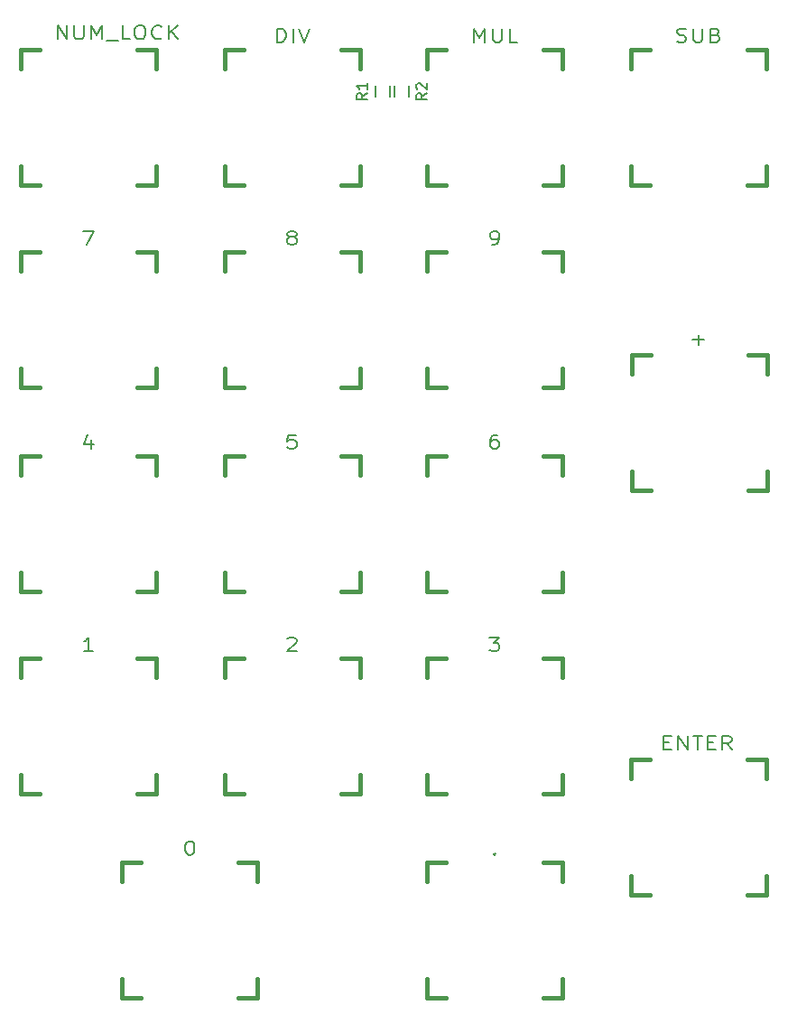
<source format=gto>
G04 #@! TF.FileFunction,Legend,Top*
%FSLAX46Y46*%
G04 Gerber Fmt 4.6, Leading zero omitted, Abs format (unit mm)*
G04 Created by KiCad (PCBNEW 4.0.1-stable) date 8/2/2016 8:04:58 AM*
%MOMM*%
G01*
G04 APERTURE LIST*
%ADD10C,0.100000*%
%ADD11C,0.150000*%
%ADD12C,0.381000*%
%ADD13C,0.203200*%
G04 APERTURE END LIST*
D10*
D11*
X146675000Y-58600000D02*
X146675000Y-59600000D01*
X145325000Y-59600000D02*
X145325000Y-58600000D01*
X148475000Y-58600000D02*
X148475000Y-59600000D01*
X147125000Y-59600000D02*
X147125000Y-58600000D01*
D12*
X112050000Y-55150000D02*
X113828000Y-55150000D01*
X122972000Y-55150000D02*
X124750000Y-55150000D01*
X124750000Y-55150000D02*
X124750000Y-56928000D01*
X124750000Y-66072000D02*
X124750000Y-67850000D01*
X124750000Y-67850000D02*
X122972000Y-67850000D01*
X113828000Y-67850000D02*
X112050000Y-67850000D01*
X112050000Y-67850000D02*
X112050000Y-66072000D01*
X112050000Y-56928000D02*
X112050000Y-55150000D01*
X112050000Y-74150000D02*
X113828000Y-74150000D01*
X122972000Y-74150000D02*
X124750000Y-74150000D01*
X124750000Y-74150000D02*
X124750000Y-75928000D01*
X124750000Y-85072000D02*
X124750000Y-86850000D01*
X124750000Y-86850000D02*
X122972000Y-86850000D01*
X113828000Y-86850000D02*
X112050000Y-86850000D01*
X112050000Y-86850000D02*
X112050000Y-85072000D01*
X112050000Y-75928000D02*
X112050000Y-74150000D01*
X112050000Y-93250000D02*
X113828000Y-93250000D01*
X122972000Y-93250000D02*
X124750000Y-93250000D01*
X124750000Y-93250000D02*
X124750000Y-95028000D01*
X124750000Y-104172000D02*
X124750000Y-105950000D01*
X124750000Y-105950000D02*
X122972000Y-105950000D01*
X113828000Y-105950000D02*
X112050000Y-105950000D01*
X112050000Y-105950000D02*
X112050000Y-104172000D01*
X112050000Y-95028000D02*
X112050000Y-93250000D01*
X112050000Y-112250000D02*
X113828000Y-112250000D01*
X122972000Y-112250000D02*
X124750000Y-112250000D01*
X124750000Y-112250000D02*
X124750000Y-114028000D01*
X124750000Y-123172000D02*
X124750000Y-124950000D01*
X124750000Y-124950000D02*
X122972000Y-124950000D01*
X113828000Y-124950000D02*
X112050000Y-124950000D01*
X112050000Y-124950000D02*
X112050000Y-123172000D01*
X112050000Y-114028000D02*
X112050000Y-112250000D01*
X121550000Y-131350000D02*
X123328000Y-131350000D01*
X132472000Y-131350000D02*
X134250000Y-131350000D01*
X134250000Y-131350000D02*
X134250000Y-133128000D01*
X134250000Y-142272000D02*
X134250000Y-144050000D01*
X134250000Y-144050000D02*
X132472000Y-144050000D01*
X123328000Y-144050000D02*
X121550000Y-144050000D01*
X121550000Y-144050000D02*
X121550000Y-142272000D01*
X121550000Y-133128000D02*
X121550000Y-131350000D01*
X131150000Y-55150000D02*
X132928000Y-55150000D01*
X142072000Y-55150000D02*
X143850000Y-55150000D01*
X143850000Y-55150000D02*
X143850000Y-56928000D01*
X143850000Y-66072000D02*
X143850000Y-67850000D01*
X143850000Y-67850000D02*
X142072000Y-67850000D01*
X132928000Y-67850000D02*
X131150000Y-67850000D01*
X131150000Y-67850000D02*
X131150000Y-66072000D01*
X131150000Y-56928000D02*
X131150000Y-55150000D01*
X131150000Y-74150000D02*
X132928000Y-74150000D01*
X142072000Y-74150000D02*
X143850000Y-74150000D01*
X143850000Y-74150000D02*
X143850000Y-75928000D01*
X143850000Y-85072000D02*
X143850000Y-86850000D01*
X143850000Y-86850000D02*
X142072000Y-86850000D01*
X132928000Y-86850000D02*
X131150000Y-86850000D01*
X131150000Y-86850000D02*
X131150000Y-85072000D01*
X131150000Y-75928000D02*
X131150000Y-74150000D01*
X131150000Y-93250000D02*
X132928000Y-93250000D01*
X142072000Y-93250000D02*
X143850000Y-93250000D01*
X143850000Y-93250000D02*
X143850000Y-95028000D01*
X143850000Y-104172000D02*
X143850000Y-105950000D01*
X143850000Y-105950000D02*
X142072000Y-105950000D01*
X132928000Y-105950000D02*
X131150000Y-105950000D01*
X131150000Y-105950000D02*
X131150000Y-104172000D01*
X131150000Y-95028000D02*
X131150000Y-93250000D01*
X131150000Y-112250000D02*
X132928000Y-112250000D01*
X142072000Y-112250000D02*
X143850000Y-112250000D01*
X143850000Y-112250000D02*
X143850000Y-114028000D01*
X143850000Y-123172000D02*
X143850000Y-124950000D01*
X143850000Y-124950000D02*
X142072000Y-124950000D01*
X132928000Y-124950000D02*
X131150000Y-124950000D01*
X131150000Y-124950000D02*
X131150000Y-123172000D01*
X131150000Y-114028000D02*
X131150000Y-112250000D01*
X150150000Y-55150000D02*
X151928000Y-55150000D01*
X161072000Y-55150000D02*
X162850000Y-55150000D01*
X162850000Y-55150000D02*
X162850000Y-56928000D01*
X162850000Y-66072000D02*
X162850000Y-67850000D01*
X162850000Y-67850000D02*
X161072000Y-67850000D01*
X151928000Y-67850000D02*
X150150000Y-67850000D01*
X150150000Y-67850000D02*
X150150000Y-66072000D01*
X150150000Y-56928000D02*
X150150000Y-55150000D01*
X150150000Y-74150000D02*
X151928000Y-74150000D01*
X161072000Y-74150000D02*
X162850000Y-74150000D01*
X162850000Y-74150000D02*
X162850000Y-75928000D01*
X162850000Y-85072000D02*
X162850000Y-86850000D01*
X162850000Y-86850000D02*
X161072000Y-86850000D01*
X151928000Y-86850000D02*
X150150000Y-86850000D01*
X150150000Y-86850000D02*
X150150000Y-85072000D01*
X150150000Y-75928000D02*
X150150000Y-74150000D01*
X150150000Y-93250000D02*
X151928000Y-93250000D01*
X161072000Y-93250000D02*
X162850000Y-93250000D01*
X162850000Y-93250000D02*
X162850000Y-95028000D01*
X162850000Y-104172000D02*
X162850000Y-105950000D01*
X162850000Y-105950000D02*
X161072000Y-105950000D01*
X151928000Y-105950000D02*
X150150000Y-105950000D01*
X150150000Y-105950000D02*
X150150000Y-104172000D01*
X150150000Y-95028000D02*
X150150000Y-93250000D01*
X150150000Y-112250000D02*
X151928000Y-112250000D01*
X161072000Y-112250000D02*
X162850000Y-112250000D01*
X162850000Y-112250000D02*
X162850000Y-114028000D01*
X162850000Y-123172000D02*
X162850000Y-124950000D01*
X162850000Y-124950000D02*
X161072000Y-124950000D01*
X151928000Y-124950000D02*
X150150000Y-124950000D01*
X150150000Y-124950000D02*
X150150000Y-123172000D01*
X150150000Y-114028000D02*
X150150000Y-112250000D01*
X150150000Y-131350000D02*
X151928000Y-131350000D01*
X161072000Y-131350000D02*
X162850000Y-131350000D01*
X162850000Y-131350000D02*
X162850000Y-133128000D01*
X162850000Y-142272000D02*
X162850000Y-144050000D01*
X162850000Y-144050000D02*
X161072000Y-144050000D01*
X151928000Y-144050000D02*
X150150000Y-144050000D01*
X150150000Y-144050000D02*
X150150000Y-142272000D01*
X150150000Y-133128000D02*
X150150000Y-131350000D01*
X169250000Y-55150000D02*
X171028000Y-55150000D01*
X180172000Y-55150000D02*
X181950000Y-55150000D01*
X181950000Y-55150000D02*
X181950000Y-56928000D01*
X181950000Y-66072000D02*
X181950000Y-67850000D01*
X181950000Y-67850000D02*
X180172000Y-67850000D01*
X171028000Y-67850000D02*
X169250000Y-67850000D01*
X169250000Y-67850000D02*
X169250000Y-66072000D01*
X169250000Y-56928000D02*
X169250000Y-55150000D01*
X182050000Y-83750000D02*
X182050000Y-85528000D01*
X182050000Y-94672000D02*
X182050000Y-96450000D01*
X182050000Y-96450000D02*
X180272000Y-96450000D01*
X171128000Y-96450000D02*
X169350000Y-96450000D01*
X169350000Y-96450000D02*
X169350000Y-94672000D01*
X169350000Y-85528000D02*
X169350000Y-83750000D01*
X169350000Y-83750000D02*
X171128000Y-83750000D01*
X180272000Y-83750000D02*
X182050000Y-83750000D01*
X181950000Y-121750000D02*
X181950000Y-123528000D01*
X181950000Y-132672000D02*
X181950000Y-134450000D01*
X181950000Y-134450000D02*
X180172000Y-134450000D01*
X171028000Y-134450000D02*
X169250000Y-134450000D01*
X169250000Y-134450000D02*
X169250000Y-132672000D01*
X169250000Y-123528000D02*
X169250000Y-121750000D01*
X169250000Y-121750000D02*
X171028000Y-121750000D01*
X180172000Y-121750000D02*
X181950000Y-121750000D01*
D11*
X144552381Y-59266666D02*
X144076190Y-59600000D01*
X144552381Y-59838095D02*
X143552381Y-59838095D01*
X143552381Y-59457142D01*
X143600000Y-59361904D01*
X143647619Y-59314285D01*
X143742857Y-59266666D01*
X143885714Y-59266666D01*
X143980952Y-59314285D01*
X144028571Y-59361904D01*
X144076190Y-59457142D01*
X144076190Y-59838095D01*
X144552381Y-58314285D02*
X144552381Y-58885714D01*
X144552381Y-58600000D02*
X143552381Y-58600000D01*
X143695238Y-58695238D01*
X143790476Y-58790476D01*
X143838095Y-58885714D01*
X150152381Y-59266666D02*
X149676190Y-59600000D01*
X150152381Y-59838095D02*
X149152381Y-59838095D01*
X149152381Y-59457142D01*
X149200000Y-59361904D01*
X149247619Y-59314285D01*
X149342857Y-59266666D01*
X149485714Y-59266666D01*
X149580952Y-59314285D01*
X149628571Y-59361904D01*
X149676190Y-59457142D01*
X149676190Y-59838095D01*
X149247619Y-58885714D02*
X149200000Y-58838095D01*
X149152381Y-58742857D01*
X149152381Y-58504761D01*
X149200000Y-58409523D01*
X149247619Y-58361904D01*
X149342857Y-58314285D01*
X149438095Y-58314285D01*
X149580952Y-58361904D01*
X150152381Y-58933333D01*
X150152381Y-58314285D01*
D13*
X115475715Y-54174524D02*
X115475715Y-52904524D01*
X116346572Y-54174524D01*
X116346572Y-52904524D01*
X117072286Y-52904524D02*
X117072286Y-53932619D01*
X117144858Y-54053571D01*
X117217429Y-54114048D01*
X117362572Y-54174524D01*
X117652858Y-54174524D01*
X117798000Y-54114048D01*
X117870572Y-54053571D01*
X117943143Y-53932619D01*
X117943143Y-52904524D01*
X118668857Y-54174524D02*
X118668857Y-52904524D01*
X119176857Y-53811667D01*
X119684857Y-52904524D01*
X119684857Y-54174524D01*
X120047714Y-54295476D02*
X121208857Y-54295476D01*
X122297428Y-54174524D02*
X121571714Y-54174524D01*
X121571714Y-52904524D01*
X123095714Y-52904524D02*
X123386000Y-52904524D01*
X123531142Y-52965000D01*
X123676285Y-53085952D01*
X123748857Y-53327857D01*
X123748857Y-53751190D01*
X123676285Y-53993095D01*
X123531142Y-54114048D01*
X123386000Y-54174524D01*
X123095714Y-54174524D01*
X122950571Y-54114048D01*
X122805428Y-53993095D01*
X122732857Y-53751190D01*
X122732857Y-53327857D01*
X122805428Y-53085952D01*
X122950571Y-52965000D01*
X123095714Y-52904524D01*
X125272856Y-54053571D02*
X125200285Y-54114048D01*
X124982571Y-54174524D01*
X124837428Y-54174524D01*
X124619713Y-54114048D01*
X124474571Y-53993095D01*
X124401999Y-53872143D01*
X124329428Y-53630238D01*
X124329428Y-53448810D01*
X124401999Y-53206905D01*
X124474571Y-53085952D01*
X124619713Y-52965000D01*
X124837428Y-52904524D01*
X124982571Y-52904524D01*
X125200285Y-52965000D01*
X125272856Y-53025476D01*
X125925999Y-54174524D02*
X125925999Y-52904524D01*
X126796856Y-54174524D02*
X126143713Y-53448810D01*
X126796856Y-52904524D02*
X125925999Y-53630238D01*
X117892000Y-72184524D02*
X118908000Y-72184524D01*
X118254857Y-73454524D01*
X118690286Y-91707857D02*
X118690286Y-92554524D01*
X118327429Y-91224048D02*
X117964572Y-92131190D01*
X118908000Y-92131190D01*
X118835429Y-111554524D02*
X117964572Y-111554524D01*
X118400000Y-111554524D02*
X118400000Y-110284524D01*
X118254857Y-110465952D01*
X118109715Y-110586905D01*
X117964572Y-110647381D01*
X127827429Y-129384524D02*
X127972572Y-129384524D01*
X128117715Y-129445000D01*
X128190286Y-129505476D01*
X128262857Y-129626429D01*
X128335429Y-129868333D01*
X128335429Y-130170714D01*
X128262857Y-130412619D01*
X128190286Y-130533571D01*
X128117715Y-130594048D01*
X127972572Y-130654524D01*
X127827429Y-130654524D01*
X127682286Y-130594048D01*
X127609715Y-130533571D01*
X127537143Y-130412619D01*
X127464572Y-130170714D01*
X127464572Y-129868333D01*
X127537143Y-129626429D01*
X127609715Y-129505476D01*
X127682286Y-129445000D01*
X127827429Y-129384524D01*
X136084857Y-54454524D02*
X136084857Y-53184524D01*
X136447714Y-53184524D01*
X136665429Y-53245000D01*
X136810571Y-53365952D01*
X136883143Y-53486905D01*
X136955714Y-53728810D01*
X136955714Y-53910238D01*
X136883143Y-54152143D01*
X136810571Y-54273095D01*
X136665429Y-54394048D01*
X136447714Y-54454524D01*
X136084857Y-54454524D01*
X137608857Y-54454524D02*
X137608857Y-53184524D01*
X138116857Y-53184524D02*
X138624857Y-54454524D01*
X139132857Y-53184524D01*
X137354857Y-72728810D02*
X137209715Y-72668333D01*
X137137143Y-72607857D01*
X137064572Y-72486905D01*
X137064572Y-72426429D01*
X137137143Y-72305476D01*
X137209715Y-72245000D01*
X137354857Y-72184524D01*
X137645143Y-72184524D01*
X137790286Y-72245000D01*
X137862857Y-72305476D01*
X137935429Y-72426429D01*
X137935429Y-72486905D01*
X137862857Y-72607857D01*
X137790286Y-72668333D01*
X137645143Y-72728810D01*
X137354857Y-72728810D01*
X137209715Y-72789286D01*
X137137143Y-72849762D01*
X137064572Y-72970714D01*
X137064572Y-73212619D01*
X137137143Y-73333571D01*
X137209715Y-73394048D01*
X137354857Y-73454524D01*
X137645143Y-73454524D01*
X137790286Y-73394048D01*
X137862857Y-73333571D01*
X137935429Y-73212619D01*
X137935429Y-72970714D01*
X137862857Y-72849762D01*
X137790286Y-72789286D01*
X137645143Y-72728810D01*
X137862857Y-91284524D02*
X137137143Y-91284524D01*
X137064572Y-91889286D01*
X137137143Y-91828810D01*
X137282286Y-91768333D01*
X137645143Y-91768333D01*
X137790286Y-91828810D01*
X137862857Y-91889286D01*
X137935429Y-92010238D01*
X137935429Y-92312619D01*
X137862857Y-92433571D01*
X137790286Y-92494048D01*
X137645143Y-92554524D01*
X137282286Y-92554524D01*
X137137143Y-92494048D01*
X137064572Y-92433571D01*
X137064572Y-110405476D02*
X137137143Y-110345000D01*
X137282286Y-110284524D01*
X137645143Y-110284524D01*
X137790286Y-110345000D01*
X137862857Y-110405476D01*
X137935429Y-110526429D01*
X137935429Y-110647381D01*
X137862857Y-110828810D01*
X136992000Y-111554524D01*
X137935429Y-111554524D01*
X154576858Y-54454524D02*
X154576858Y-53184524D01*
X155084858Y-54091667D01*
X155592858Y-53184524D01*
X155592858Y-54454524D01*
X156318572Y-53184524D02*
X156318572Y-54212619D01*
X156391144Y-54333571D01*
X156463715Y-54394048D01*
X156608858Y-54454524D01*
X156899144Y-54454524D01*
X157044286Y-54394048D01*
X157116858Y-54333571D01*
X157189429Y-54212619D01*
X157189429Y-53184524D01*
X158640857Y-54454524D02*
X157915143Y-54454524D01*
X157915143Y-53184524D01*
X156209715Y-73454524D02*
X156500000Y-73454524D01*
X156645143Y-73394048D01*
X156717715Y-73333571D01*
X156862857Y-73152143D01*
X156935429Y-72910238D01*
X156935429Y-72426429D01*
X156862857Y-72305476D01*
X156790286Y-72245000D01*
X156645143Y-72184524D01*
X156354857Y-72184524D01*
X156209715Y-72245000D01*
X156137143Y-72305476D01*
X156064572Y-72426429D01*
X156064572Y-72728810D01*
X156137143Y-72849762D01*
X156209715Y-72910238D01*
X156354857Y-72970714D01*
X156645143Y-72970714D01*
X156790286Y-72910238D01*
X156862857Y-72849762D01*
X156935429Y-72728810D01*
X156790286Y-91284524D02*
X156500000Y-91284524D01*
X156354857Y-91345000D01*
X156282286Y-91405476D01*
X156137143Y-91586905D01*
X156064572Y-91828810D01*
X156064572Y-92312619D01*
X156137143Y-92433571D01*
X156209715Y-92494048D01*
X156354857Y-92554524D01*
X156645143Y-92554524D01*
X156790286Y-92494048D01*
X156862857Y-92433571D01*
X156935429Y-92312619D01*
X156935429Y-92010238D01*
X156862857Y-91889286D01*
X156790286Y-91828810D01*
X156645143Y-91768333D01*
X156354857Y-91768333D01*
X156209715Y-91828810D01*
X156137143Y-91889286D01*
X156064572Y-92010238D01*
X155992000Y-110284524D02*
X156935429Y-110284524D01*
X156427429Y-110768333D01*
X156645143Y-110768333D01*
X156790286Y-110828810D01*
X156862857Y-110889286D01*
X156935429Y-111010238D01*
X156935429Y-111312619D01*
X156862857Y-111433571D01*
X156790286Y-111494048D01*
X156645143Y-111554524D01*
X156209715Y-111554524D01*
X156064572Y-111494048D01*
X155992000Y-111433571D01*
X156500000Y-130533571D02*
X156572572Y-130594048D01*
X156500000Y-130654524D01*
X156427429Y-130594048D01*
X156500000Y-130533571D01*
X156500000Y-130654524D01*
X173604286Y-54394048D02*
X173822000Y-54454524D01*
X174184857Y-54454524D01*
X174330000Y-54394048D01*
X174402571Y-54333571D01*
X174475143Y-54212619D01*
X174475143Y-54091667D01*
X174402571Y-53970714D01*
X174330000Y-53910238D01*
X174184857Y-53849762D01*
X173894571Y-53789286D01*
X173749429Y-53728810D01*
X173676857Y-53668333D01*
X173604286Y-53547381D01*
X173604286Y-53426429D01*
X173676857Y-53305476D01*
X173749429Y-53245000D01*
X173894571Y-53184524D01*
X174257429Y-53184524D01*
X174475143Y-53245000D01*
X175128286Y-53184524D02*
X175128286Y-54212619D01*
X175200858Y-54333571D01*
X175273429Y-54394048D01*
X175418572Y-54454524D01*
X175708858Y-54454524D01*
X175854000Y-54394048D01*
X175926572Y-54333571D01*
X175999143Y-54212619D01*
X175999143Y-53184524D01*
X177232857Y-53789286D02*
X177450571Y-53849762D01*
X177523143Y-53910238D01*
X177595714Y-54031190D01*
X177595714Y-54212619D01*
X177523143Y-54333571D01*
X177450571Y-54394048D01*
X177305429Y-54454524D01*
X176724857Y-54454524D01*
X176724857Y-53184524D01*
X177232857Y-53184524D01*
X177378000Y-53245000D01*
X177450571Y-53305476D01*
X177523143Y-53426429D01*
X177523143Y-53547381D01*
X177450571Y-53668333D01*
X177378000Y-53728810D01*
X177232857Y-53789286D01*
X176724857Y-53789286D01*
X175019429Y-82390714D02*
X176180572Y-82390714D01*
X175600001Y-82874524D02*
X175600001Y-81906905D01*
X172343143Y-120109286D02*
X172851143Y-120109286D01*
X173068857Y-120774524D02*
X172343143Y-120774524D01*
X172343143Y-119504524D01*
X173068857Y-119504524D01*
X173722000Y-120774524D02*
X173722000Y-119504524D01*
X174592857Y-120774524D01*
X174592857Y-119504524D01*
X175100857Y-119504524D02*
X175971714Y-119504524D01*
X175536285Y-120774524D02*
X175536285Y-119504524D01*
X176479714Y-120109286D02*
X176987714Y-120109286D01*
X177205428Y-120774524D02*
X176479714Y-120774524D01*
X176479714Y-119504524D01*
X177205428Y-119504524D01*
X178729428Y-120774524D02*
X178221428Y-120169762D01*
X177858571Y-120774524D02*
X177858571Y-119504524D01*
X178439143Y-119504524D01*
X178584285Y-119565000D01*
X178656857Y-119625476D01*
X178729428Y-119746429D01*
X178729428Y-119927857D01*
X178656857Y-120048810D01*
X178584285Y-120109286D01*
X178439143Y-120169762D01*
X177858571Y-120169762D01*
M02*

</source>
